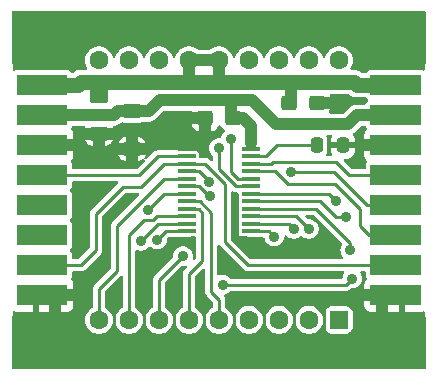
<source format=gbr>
G04 #@! TF.GenerationSoftware,KiCad,Pcbnew,8.0.6*
G04 #@! TF.CreationDate,2025-01-22T10:29:33-05:00*
G04 #@! TF.ProjectId,disp,64697370-2e6b-4696-9361-645f70636258,rev?*
G04 #@! TF.SameCoordinates,Original*
G04 #@! TF.FileFunction,Copper,L1,Top*
G04 #@! TF.FilePolarity,Positive*
%FSLAX46Y46*%
G04 Gerber Fmt 4.6, Leading zero omitted, Abs format (unit mm)*
G04 Created by KiCad (PCBNEW 8.0.6) date 2025-01-22 10:29:33*
%MOMM*%
%LPD*%
G01*
G04 APERTURE LIST*
G04 Aperture macros list*
%AMRoundRect*
0 Rectangle with rounded corners*
0 $1 Rounding radius*
0 $2 $3 $4 $5 $6 $7 $8 $9 X,Y pos of 4 corners*
0 Add a 4 corners polygon primitive as box body*
4,1,4,$2,$3,$4,$5,$6,$7,$8,$9,$2,$3,0*
0 Add four circle primitives for the rounded corners*
1,1,$1+$1,$2,$3*
1,1,$1+$1,$4,$5*
1,1,$1+$1,$6,$7*
1,1,$1+$1,$8,$9*
0 Add four rect primitives between the rounded corners*
20,1,$1+$1,$2,$3,$4,$5,0*
20,1,$1+$1,$4,$5,$6,$7,0*
20,1,$1+$1,$6,$7,$8,$9,0*
20,1,$1+$1,$8,$9,$2,$3,0*%
G04 Aperture macros list end*
G04 #@! TA.AperFunction,ComponentPad*
%ADD10RoundRect,0.250000X0.550000X0.550000X-0.550000X0.550000X-0.550000X-0.550000X0.550000X-0.550000X0*%
G04 #@! TD*
G04 #@! TA.AperFunction,ComponentPad*
%ADD11C,1.600000*%
G04 #@! TD*
G04 #@! TA.AperFunction,SMDPad,CuDef*
%ADD12RoundRect,0.250000X-0.250000X-0.400000X0.250000X-0.400000X0.250000X0.400000X-0.250000X0.400000X0*%
G04 #@! TD*
G04 #@! TA.AperFunction,SMDPad,CuDef*
%ADD13RoundRect,0.250000X-0.400000X-0.375000X0.400000X-0.375000X0.400000X0.375000X-0.400000X0.375000X0*%
G04 #@! TD*
G04 #@! TA.AperFunction,SMDPad,CuDef*
%ADD14RoundRect,0.250000X0.400000X0.375000X-0.400000X0.375000X-0.400000X-0.375000X0.400000X-0.375000X0*%
G04 #@! TD*
G04 #@! TA.AperFunction,SMDPad,CuDef*
%ADD15RoundRect,0.250000X-0.550000X0.350000X-0.550000X-0.350000X0.550000X-0.350000X0.550000X0.350000X0*%
G04 #@! TD*
G04 #@! TA.AperFunction,SMDPad,CuDef*
%ADD16R,3.302000X1.778000*%
G04 #@! TD*
G04 #@! TA.AperFunction,ComponentPad*
%ADD17R,2.032000X1.778000*%
G04 #@! TD*
G04 #@! TA.AperFunction,SMDPad,CuDef*
%ADD18RoundRect,0.100000X-0.700000X-0.100000X0.700000X-0.100000X0.700000X0.100000X-0.700000X0.100000X0*%
G04 #@! TD*
G04 #@! TA.AperFunction,ViaPad*
%ADD19C,1.143000*%
G04 #@! TD*
G04 #@! TA.AperFunction,ViaPad*
%ADD20C,0.889000*%
G04 #@! TD*
G04 #@! TA.AperFunction,Conductor*
%ADD21C,0.254000*%
G04 #@! TD*
G04 #@! TA.AperFunction,Conductor*
%ADD22C,1.016000*%
G04 #@! TD*
G04 #@! TA.AperFunction,Conductor*
%ADD23C,1.270000*%
G04 #@! TD*
G04 APERTURE END LIST*
D10*
X154940000Y-110060000D03*
D11*
X152400000Y-110060000D03*
X149860000Y-110060000D03*
X147320000Y-110060000D03*
X144780000Y-110060000D03*
X142240000Y-110060000D03*
X139700000Y-110060000D03*
X137160000Y-110060000D03*
X134620000Y-110060000D03*
X134620000Y-88060000D03*
X137160000Y-88060000D03*
X139700000Y-88060000D03*
X142240000Y-88060000D03*
X144780000Y-88060000D03*
X147320000Y-88060000D03*
X149860000Y-88060000D03*
X152400000Y-88060000D03*
X154940000Y-88060000D03*
D12*
X153078000Y-95250000D03*
X155278000Y-95250000D03*
D13*
X150742000Y-91694000D03*
X153042000Y-91694000D03*
D14*
X145930000Y-92964000D03*
X143630000Y-92964000D03*
D15*
X137414000Y-92380000D03*
X137414000Y-95580000D03*
X134620000Y-91110000D03*
X134620000Y-94310000D03*
D16*
X160274000Y-107950000D03*
D17*
X158623000Y-107950000D03*
D16*
X160274000Y-105410000D03*
D17*
X158623000Y-105410000D03*
D16*
X160274000Y-102870000D03*
D17*
X158623000Y-102870000D03*
D16*
X160274000Y-100330000D03*
D17*
X158623000Y-100330000D03*
D16*
X160274000Y-97790000D03*
D17*
X158623000Y-97790000D03*
D16*
X160274000Y-95250000D03*
D17*
X158623000Y-95250000D03*
D16*
X160274000Y-92710000D03*
D17*
X158623000Y-92710000D03*
D16*
X160274000Y-90170000D03*
D17*
X158623000Y-90170000D03*
D16*
X129286000Y-90170000D03*
D17*
X130937000Y-90170000D03*
D16*
X129286000Y-92710000D03*
D17*
X130937000Y-92710000D03*
D16*
X129286000Y-95250000D03*
D17*
X130937000Y-95250000D03*
D16*
X129286000Y-97790000D03*
D17*
X130937000Y-97790000D03*
D16*
X129286000Y-100330000D03*
D17*
X130937000Y-100330000D03*
D16*
X129286000Y-102870000D03*
D17*
X130937000Y-102870000D03*
D16*
X129286000Y-105410000D03*
D17*
X130937000Y-105410000D03*
D16*
X129286000Y-107950000D03*
D17*
X130937000Y-107950000D03*
D18*
X142080000Y-95567500D03*
X142080000Y-96202500D03*
X142080000Y-96837500D03*
X142080000Y-97472500D03*
X142080000Y-98107500D03*
X142080000Y-98742500D03*
X142080000Y-99377500D03*
X142080000Y-100012500D03*
X142080000Y-100647500D03*
X142080000Y-101282500D03*
X142080000Y-101917500D03*
X142080000Y-102552500D03*
X147480000Y-102552500D03*
X147480000Y-101917500D03*
X147480000Y-101282500D03*
X147480000Y-100647500D03*
X147480000Y-100012500D03*
X147480000Y-99377500D03*
X147480000Y-98742500D03*
X147480000Y-98107500D03*
X147480000Y-97472500D03*
X147480000Y-96837500D03*
X147480000Y-96202500D03*
X147480000Y-95567500D03*
D19*
X141478000Y-92964000D03*
X148590000Y-86360000D03*
X140970000Y-86360000D03*
X158623000Y-111760000D03*
X130937000Y-86360000D03*
X140970000Y-111760000D03*
X155194000Y-91694000D03*
X147447000Y-103886000D03*
X141478000Y-94234000D03*
X130937000Y-111760000D03*
X148590000Y-111760000D03*
X133223000Y-99060000D03*
X145542000Y-105410000D03*
X158623000Y-86360000D03*
D20*
X143964052Y-98351948D03*
X150876000Y-97536000D03*
X156083000Y-106553000D03*
X145097520Y-107061000D03*
X141732006Y-104648000D03*
X144018000Y-99567998D03*
X138811000Y-100711000D03*
X138176000Y-103378000D03*
X139573000Y-103251000D03*
X149479000Y-102997000D03*
X151130000Y-102362000D03*
X152400000Y-102362000D03*
X155892500Y-104140000D03*
X155575000Y-101346000D03*
X154686000Y-99949000D03*
X144780000Y-95504000D03*
X145796000Y-94742000D03*
D21*
X152971500Y-100647500D02*
X147480000Y-100647500D01*
X155892500Y-104140000D02*
X155892500Y-103568500D01*
X155892500Y-103568500D02*
X152971500Y-100647500D01*
X155575000Y-101346000D02*
X154686000Y-101346000D01*
X154686000Y-101346000D02*
X153352500Y-100012500D01*
X153352500Y-100012500D02*
X147480000Y-100012500D01*
D22*
X145830000Y-91533000D02*
X145923000Y-91440000D01*
X149606000Y-93472000D02*
X155702000Y-93472000D01*
X155702000Y-93472000D02*
X156464000Y-92710000D01*
X147480000Y-93632000D02*
X147480000Y-95113500D01*
X145830000Y-92964000D02*
X145830000Y-91533000D01*
X128905000Y-92710000D02*
X135890000Y-92710000D01*
X146812000Y-92964000D02*
X147480000Y-93632000D01*
X136220000Y-92380000D02*
X137414000Y-92380000D01*
X137414000Y-92380000D02*
X138830000Y-92380000D01*
X156464000Y-92710000D02*
X160655000Y-92710000D01*
X139770000Y-91440000D02*
X145923000Y-91440000D01*
X145923000Y-91440000D02*
X147574000Y-91440000D01*
X135890000Y-92710000D02*
X136220000Y-92380000D01*
X145830000Y-92964000D02*
X146812000Y-92964000D01*
X138830000Y-92380000D02*
X139770000Y-91440000D01*
D21*
X147480000Y-95113500D02*
X147480000Y-95567500D01*
D22*
X147574000Y-91440000D02*
X149606000Y-93472000D01*
D21*
X158623000Y-95250000D02*
X160655000Y-95250000D01*
D22*
X130937000Y-107950000D02*
X128905000Y-107950000D01*
D21*
X147447000Y-103886000D02*
X147574000Y-103759000D01*
X146050000Y-111760000D02*
X146050000Y-109601000D01*
X143510000Y-111760000D02*
X140970000Y-111760000D01*
X140970000Y-111760000D02*
X138430000Y-111760000D01*
X138430000Y-111760000D02*
X135890000Y-111760000D01*
X135890000Y-111760000D02*
X130937000Y-111760000D01*
X143510000Y-111760000D02*
X146050000Y-111760000D01*
X142080000Y-94902000D02*
X142080000Y-95567500D01*
X143730000Y-92964000D02*
X143730000Y-94014000D01*
X136220000Y-95580000D02*
X136017000Y-95377000D01*
X140208000Y-94234000D02*
X138862000Y-95580000D01*
X141478000Y-92964000D02*
X143730000Y-92964000D01*
X148590000Y-111760000D02*
X151130000Y-111760000D01*
X135839000Y-94310000D02*
X134620000Y-94310000D01*
X133401000Y-94310000D02*
X132461000Y-95250000D01*
X137414000Y-95580000D02*
X136220000Y-95580000D01*
X132461000Y-95250000D02*
X128905000Y-95250000D01*
X143129000Y-94615000D02*
X142367000Y-94615000D01*
X136017000Y-95377000D02*
X136017000Y-94488000D01*
D22*
X130937000Y-107950000D02*
X130937000Y-111760000D01*
D21*
X158623000Y-95250000D02*
X155278000Y-95250000D01*
X141478000Y-94234000D02*
X140208000Y-94234000D01*
X158623000Y-86360000D02*
X148590000Y-86360000D01*
X143510000Y-111760000D02*
X143510000Y-109601000D01*
X142367000Y-94615000D02*
X142080000Y-94902000D01*
X146050000Y-111760000D02*
X148590000Y-111760000D01*
X138430000Y-111760000D02*
X138430000Y-109601000D01*
D22*
X155194000Y-91694000D02*
X152942000Y-91694000D01*
D21*
X135890000Y-111760000D02*
X135890000Y-109601000D01*
D22*
X158623000Y-111760000D02*
X158623000Y-107950000D01*
D21*
X136017000Y-94488000D02*
X135839000Y-94310000D01*
X151130000Y-111760000D02*
X153670000Y-111760000D01*
X148590000Y-111760000D02*
X148590000Y-109601000D01*
X134620000Y-94310000D02*
X133401000Y-94310000D01*
X153670000Y-111760000D02*
X153670000Y-108966000D01*
X151130000Y-111760000D02*
X151130000Y-109601000D01*
X138862000Y-95580000D02*
X137414000Y-95580000D01*
X143730000Y-94014000D02*
X143129000Y-94615000D01*
X140970000Y-111760000D02*
X140970000Y-109601000D01*
D23*
X144780000Y-89916000D02*
X142240000Y-89916000D01*
D22*
X144780000Y-88060000D02*
X142240000Y-88060000D01*
D23*
X134620000Y-89916000D02*
X133096000Y-89916000D01*
X158623000Y-90170000D02*
X156464000Y-90170000D01*
D22*
X150842000Y-89950000D02*
X150876000Y-89916000D01*
X144780000Y-88060000D02*
X144780000Y-89916000D01*
D23*
X142240000Y-89916000D02*
X134620000Y-89916000D01*
X132842000Y-90170000D02*
X130937000Y-90170000D01*
X156464000Y-90170000D02*
X156210000Y-89916000D01*
X150876000Y-89916000D02*
X144780000Y-89916000D01*
D22*
X134620000Y-91110000D02*
X134620000Y-89916000D01*
X150842000Y-91694000D02*
X150842000Y-89950000D01*
D23*
X133096000Y-89916000D02*
X132842000Y-90170000D01*
D22*
X142240000Y-88060000D02*
X142240000Y-89916000D01*
D23*
X156210000Y-89916000D02*
X150876000Y-89916000D01*
D21*
X157353000Y-100330000D02*
X158623000Y-100330000D01*
X150876000Y-97536000D02*
X154559000Y-97536000D01*
X143134000Y-97472500D02*
X143964052Y-98302552D01*
X154559000Y-97536000D02*
X157353000Y-100330000D01*
X142080000Y-97472500D02*
X143134000Y-97472500D01*
X143964052Y-98302552D02*
X143964052Y-98351948D01*
X158623000Y-102870000D02*
X160655000Y-102870000D01*
X157480000Y-102870000D02*
X158623000Y-102870000D01*
X147480000Y-97472500D02*
X149542500Y-97472500D01*
X154570380Y-98552000D02*
X156718000Y-100699620D01*
X149542500Y-97472500D02*
X150622000Y-98552000D01*
X155575000Y-107061000D02*
X145097520Y-107061000D01*
X150622000Y-98552000D02*
X154570380Y-98552000D01*
X158470600Y-102870000D02*
X158623000Y-102870000D01*
X156083000Y-106553000D02*
X155575000Y-107061000D01*
X156718000Y-100699620D02*
X156718000Y-102108000D01*
X156718000Y-102108000D02*
X157480000Y-102870000D01*
X158623000Y-105410000D02*
X160655000Y-105410000D01*
X140144500Y-96837500D02*
X142080000Y-96837500D01*
X142080000Y-96837500D02*
X143617066Y-96837500D01*
X134366000Y-101092000D02*
X136652000Y-98806000D01*
X138176000Y-98806000D02*
X140144500Y-96837500D01*
X133096000Y-105410000D02*
X134366000Y-104140000D01*
X143617066Y-96837500D02*
X145288000Y-98508434D01*
X136652000Y-98806000D02*
X138176000Y-98806000D01*
X128905000Y-105410000D02*
X133096000Y-105410000D01*
X145288000Y-98508434D02*
X145288000Y-103433374D01*
X147264626Y-105410000D02*
X158623000Y-105410000D01*
X134366000Y-104140000D02*
X134366000Y-101092000D01*
X145288000Y-103433374D02*
X147264626Y-105410000D01*
X158623000Y-97790000D02*
X160655000Y-97790000D01*
X149352740Y-96694518D02*
X154733518Y-96694518D01*
X149209758Y-96837500D02*
X149352740Y-96694518D01*
X147480000Y-96837500D02*
X149209758Y-96837500D01*
X155829000Y-97790000D02*
X158623000Y-97790000D01*
X154733518Y-96694518D02*
X155829000Y-97790000D01*
X147480000Y-96202500D02*
X148780500Y-96202500D01*
X148780500Y-96202500D02*
X149733000Y-95250000D01*
X153078000Y-95250000D02*
X149733000Y-95250000D01*
X142080000Y-98107500D02*
X140144500Y-98107500D01*
X140144500Y-98107500D02*
X136144000Y-102108000D01*
X136144000Y-102108000D02*
X136144000Y-105918000D01*
X136144000Y-105918000D02*
X134620000Y-107442000D01*
X134620000Y-107442000D02*
X134620000Y-110060000D01*
X139700000Y-106680006D02*
X141732006Y-104648000D01*
X142080000Y-98742500D02*
X143134000Y-98742500D01*
X139700000Y-110060000D02*
X139700000Y-106680006D01*
X143959498Y-99567998D02*
X144018000Y-99567998D01*
X143134000Y-98742500D02*
X143959498Y-99567998D01*
X140144500Y-99377500D02*
X142080000Y-99377500D01*
X138811000Y-100711000D02*
X140144500Y-99377500D01*
X144145000Y-101008566D02*
X144145000Y-107696000D01*
X142080000Y-100012500D02*
X143148934Y-100012500D01*
X143148934Y-100012500D02*
X144145000Y-101008566D01*
X144145000Y-107696000D02*
X144780000Y-108331000D01*
X144780000Y-108331000D02*
X144780000Y-110060000D01*
X142080000Y-100647500D02*
X143065500Y-100647500D01*
X143383000Y-105029000D02*
X142240000Y-106172000D01*
X143065500Y-100647500D02*
X143383000Y-100965000D01*
X142240000Y-106172000D02*
X142240000Y-110060000D01*
X143383000Y-100965000D02*
X143383000Y-105029000D01*
X139509500Y-101282500D02*
X142080000Y-101282500D01*
X137160000Y-110060000D02*
X137160000Y-102870000D01*
X138430000Y-101600000D02*
X139192000Y-101600000D01*
X139192000Y-101600000D02*
X139509500Y-101282500D01*
X137160000Y-102870000D02*
X138430000Y-101600000D01*
X139636500Y-101917500D02*
X138176000Y-103378000D01*
X142080000Y-101917500D02*
X139636500Y-101917500D01*
X140271500Y-102552500D02*
X139573000Y-103251000D01*
X142080000Y-102552500D02*
X140271500Y-102552500D01*
X149034501Y-102552501D02*
X149479000Y-102997000D01*
X147480000Y-102552500D02*
X149034501Y-102552501D01*
X151130000Y-102362000D02*
X150685500Y-101917500D01*
X150685500Y-101917500D02*
X147480000Y-101917500D01*
X151320500Y-101282500D02*
X147480000Y-101282500D01*
X152400000Y-102362000D02*
X151320500Y-101282500D01*
X154686000Y-99949000D02*
X154114500Y-99377500D01*
X154114500Y-99377500D02*
X147480000Y-99377500D01*
X144780000Y-97282000D02*
X144780000Y-95504000D01*
X147480000Y-98742500D02*
X146240500Y-98742500D01*
X146240500Y-98742500D02*
X144780000Y-97282000D01*
X147480000Y-98107500D02*
X146367500Y-98107500D01*
X146367500Y-98107500D02*
X145796000Y-97536000D01*
X145796000Y-97536000D02*
X145796000Y-94742000D01*
X139636500Y-96202500D02*
X142080000Y-96202500D01*
X128905000Y-97790000D02*
X138049000Y-97790000D01*
X138049000Y-97790000D02*
X139636500Y-96202500D01*
G04 #@! TA.AperFunction,Conductor*
G36*
X137982303Y-99334502D02*
G01*
X138028796Y-99388158D01*
X138038900Y-99458432D01*
X138009406Y-99523012D01*
X138003277Y-99529595D01*
X135737104Y-101795766D01*
X135737096Y-101795776D01*
X135703193Y-101854499D01*
X135670155Y-101911721D01*
X135670154Y-101911724D01*
X135670153Y-101911726D01*
X135640019Y-102024189D01*
X135635500Y-102041056D01*
X135635500Y-105655181D01*
X135615498Y-105723302D01*
X135598595Y-105744276D01*
X134213104Y-107129766D01*
X134213096Y-107129776D01*
X134170422Y-107203691D01*
X134146155Y-107245721D01*
X134146154Y-107245724D01*
X134146153Y-107245726D01*
X134139040Y-107272274D01*
X134111500Y-107375056D01*
X134111500Y-108915022D01*
X134091498Y-108983143D01*
X134051831Y-109022149D01*
X133904934Y-109113104D01*
X133904931Y-109113106D01*
X133743124Y-109260612D01*
X133743122Y-109260614D01*
X133611165Y-109435355D01*
X133611161Y-109435360D01*
X133513567Y-109631354D01*
X133513562Y-109631368D01*
X133453641Y-109841968D01*
X133433438Y-110060000D01*
X133453641Y-110278031D01*
X133513562Y-110488631D01*
X133513567Y-110488645D01*
X133611161Y-110684639D01*
X133611165Y-110684644D01*
X133743122Y-110859385D01*
X133743124Y-110859387D01*
X133904931Y-111006893D01*
X133904934Y-111006895D01*
X134091097Y-111122163D01*
X134091099Y-111122163D01*
X134091104Y-111122167D01*
X134295282Y-111201266D01*
X134510518Y-111241500D01*
X134510520Y-111241500D01*
X134729480Y-111241500D01*
X134729482Y-111241500D01*
X134944718Y-111201266D01*
X135148896Y-111122167D01*
X135335063Y-111006897D01*
X135335065Y-111006894D01*
X135335068Y-111006893D01*
X135496875Y-110859387D01*
X135496877Y-110859385D01*
X135496877Y-110859384D01*
X135496880Y-110859382D01*
X135628835Y-110684644D01*
X135628836Y-110684640D01*
X135628838Y-110684639D01*
X135726432Y-110488645D01*
X135726433Y-110488641D01*
X135726436Y-110488636D01*
X135768810Y-110339708D01*
X135806691Y-110279661D01*
X135871021Y-110249627D01*
X135941378Y-110259140D01*
X135995422Y-110305180D01*
X136011190Y-110339708D01*
X136053561Y-110488628D01*
X136053567Y-110488645D01*
X136151161Y-110684639D01*
X136151165Y-110684644D01*
X136283122Y-110859385D01*
X136283124Y-110859387D01*
X136444931Y-111006893D01*
X136444934Y-111006895D01*
X136631097Y-111122163D01*
X136631099Y-111122163D01*
X136631104Y-111122167D01*
X136835282Y-111201266D01*
X137050518Y-111241500D01*
X137050520Y-111241500D01*
X137269480Y-111241500D01*
X137269482Y-111241500D01*
X137484718Y-111201266D01*
X137688896Y-111122167D01*
X137875063Y-111006897D01*
X137875065Y-111006894D01*
X137875068Y-111006893D01*
X138036875Y-110859387D01*
X138036877Y-110859385D01*
X138036877Y-110859384D01*
X138036880Y-110859382D01*
X138168835Y-110684644D01*
X138168836Y-110684640D01*
X138168838Y-110684639D01*
X138266432Y-110488645D01*
X138266433Y-110488641D01*
X138266436Y-110488636D01*
X138308810Y-110339708D01*
X138346691Y-110279661D01*
X138411021Y-110249627D01*
X138481378Y-110259140D01*
X138535422Y-110305180D01*
X138551190Y-110339708D01*
X138593561Y-110488628D01*
X138593567Y-110488645D01*
X138691161Y-110684639D01*
X138691165Y-110684644D01*
X138823122Y-110859385D01*
X138823124Y-110859387D01*
X138984931Y-111006893D01*
X138984934Y-111006895D01*
X139171097Y-111122163D01*
X139171099Y-111122163D01*
X139171104Y-111122167D01*
X139375282Y-111201266D01*
X139590518Y-111241500D01*
X139590520Y-111241500D01*
X139809480Y-111241500D01*
X139809482Y-111241500D01*
X140024718Y-111201266D01*
X140228896Y-111122167D01*
X140415063Y-111006897D01*
X140415065Y-111006894D01*
X140415068Y-111006893D01*
X140576875Y-110859387D01*
X140576877Y-110859385D01*
X140576877Y-110859384D01*
X140576880Y-110859382D01*
X140708835Y-110684644D01*
X140708836Y-110684640D01*
X140708838Y-110684639D01*
X140806432Y-110488645D01*
X140806433Y-110488641D01*
X140806436Y-110488636D01*
X140848810Y-110339708D01*
X140886691Y-110279661D01*
X140951021Y-110249627D01*
X141021378Y-110259140D01*
X141075422Y-110305180D01*
X141091190Y-110339708D01*
X141133561Y-110488628D01*
X141133567Y-110488645D01*
X141231161Y-110684639D01*
X141231165Y-110684644D01*
X141363122Y-110859385D01*
X141363124Y-110859387D01*
X141524931Y-111006893D01*
X141524934Y-111006895D01*
X141711097Y-111122163D01*
X141711099Y-111122163D01*
X141711104Y-111122167D01*
X141915282Y-111201266D01*
X142130518Y-111241500D01*
X142130520Y-111241500D01*
X142349480Y-111241500D01*
X142349482Y-111241500D01*
X142564718Y-111201266D01*
X142768896Y-111122167D01*
X142955063Y-111006897D01*
X142955065Y-111006894D01*
X142955068Y-111006893D01*
X143116875Y-110859387D01*
X143116877Y-110859385D01*
X143116877Y-110859384D01*
X143116880Y-110859382D01*
X143248835Y-110684644D01*
X143248836Y-110684640D01*
X143248838Y-110684639D01*
X143346432Y-110488645D01*
X143346433Y-110488641D01*
X143346436Y-110488636D01*
X143388810Y-110339708D01*
X143426691Y-110279661D01*
X143491021Y-110249627D01*
X143561378Y-110259140D01*
X143615422Y-110305180D01*
X143631190Y-110339708D01*
X143673561Y-110488628D01*
X143673567Y-110488645D01*
X143771161Y-110684639D01*
X143771165Y-110684644D01*
X143903122Y-110859385D01*
X143903124Y-110859387D01*
X144064931Y-111006893D01*
X144064934Y-111006895D01*
X144251097Y-111122163D01*
X144251099Y-111122163D01*
X144251104Y-111122167D01*
X144455282Y-111201266D01*
X144670518Y-111241500D01*
X144670520Y-111241500D01*
X144889480Y-111241500D01*
X144889482Y-111241500D01*
X145104718Y-111201266D01*
X145308896Y-111122167D01*
X145495063Y-111006897D01*
X145495065Y-111006894D01*
X145495068Y-111006893D01*
X145656875Y-110859387D01*
X145656877Y-110859385D01*
X145656877Y-110859384D01*
X145656880Y-110859382D01*
X145788835Y-110684644D01*
X145788836Y-110684640D01*
X145788838Y-110684639D01*
X145886432Y-110488645D01*
X145886433Y-110488641D01*
X145886436Y-110488636D01*
X145928810Y-110339708D01*
X145966691Y-110279661D01*
X146031021Y-110249627D01*
X146101378Y-110259140D01*
X146155422Y-110305180D01*
X146171190Y-110339708D01*
X146213561Y-110488628D01*
X146213567Y-110488645D01*
X146311161Y-110684639D01*
X146311165Y-110684644D01*
X146443122Y-110859385D01*
X146443124Y-110859387D01*
X146604931Y-111006893D01*
X146604934Y-111006895D01*
X146791097Y-111122163D01*
X146791099Y-111122163D01*
X146791104Y-111122167D01*
X146995282Y-111201266D01*
X147210518Y-111241500D01*
X147210520Y-111241500D01*
X147429480Y-111241500D01*
X147429482Y-111241500D01*
X147644718Y-111201266D01*
X147848896Y-111122167D01*
X148035063Y-111006897D01*
X148035065Y-111006894D01*
X148035068Y-111006893D01*
X148196875Y-110859387D01*
X148196877Y-110859385D01*
X148196877Y-110859384D01*
X148196880Y-110859382D01*
X148328835Y-110684644D01*
X148328836Y-110684640D01*
X148328838Y-110684639D01*
X148426432Y-110488645D01*
X148426433Y-110488641D01*
X148426436Y-110488636D01*
X148468810Y-110339708D01*
X148506691Y-110279661D01*
X148571021Y-110249627D01*
X148641378Y-110259140D01*
X148695422Y-110305180D01*
X148711190Y-110339708D01*
X148753561Y-110488628D01*
X148753567Y-110488645D01*
X148851161Y-110684639D01*
X148851165Y-110684644D01*
X148983122Y-110859385D01*
X148983124Y-110859387D01*
X149144931Y-111006893D01*
X149144934Y-111006895D01*
X149331097Y-111122163D01*
X149331099Y-111122163D01*
X149331104Y-111122167D01*
X149535282Y-111201266D01*
X149750518Y-111241500D01*
X149750520Y-111241500D01*
X149969480Y-111241500D01*
X149969482Y-111241500D01*
X150184718Y-111201266D01*
X150388896Y-111122167D01*
X150575063Y-111006897D01*
X150575065Y-111006894D01*
X150575068Y-111006893D01*
X150736875Y-110859387D01*
X150736877Y-110859385D01*
X150736877Y-110859384D01*
X150736880Y-110859382D01*
X150868835Y-110684644D01*
X150868836Y-110684640D01*
X150868838Y-110684639D01*
X150966432Y-110488645D01*
X150966433Y-110488641D01*
X150966436Y-110488636D01*
X151008810Y-110339708D01*
X151046691Y-110279661D01*
X151111021Y-110249627D01*
X151181378Y-110259140D01*
X151235422Y-110305180D01*
X151251190Y-110339708D01*
X151293561Y-110488628D01*
X151293567Y-110488645D01*
X151391161Y-110684639D01*
X151391165Y-110684644D01*
X151523122Y-110859385D01*
X151523124Y-110859387D01*
X151684931Y-111006893D01*
X151684934Y-111006895D01*
X151871097Y-111122163D01*
X151871099Y-111122163D01*
X151871104Y-111122167D01*
X152075282Y-111201266D01*
X152290518Y-111241500D01*
X152290520Y-111241500D01*
X152509480Y-111241500D01*
X152509482Y-111241500D01*
X152724718Y-111201266D01*
X152928896Y-111122167D01*
X153115063Y-111006897D01*
X153115065Y-111006894D01*
X153115068Y-111006893D01*
X153276875Y-110859387D01*
X153276877Y-110859385D01*
X153276877Y-110859384D01*
X153276880Y-110859382D01*
X153408835Y-110684644D01*
X153408836Y-110684640D01*
X153408838Y-110684639D01*
X153506432Y-110488645D01*
X153506433Y-110488641D01*
X153506436Y-110488636D01*
X153511310Y-110471507D01*
X153549190Y-110411460D01*
X153613521Y-110381426D01*
X153683877Y-110390939D01*
X153737922Y-110436979D01*
X153758496Y-110504929D01*
X153758500Y-110505988D01*
X153758500Y-110673778D01*
X153761317Y-110709567D01*
X153761319Y-110709579D01*
X153805833Y-110862796D01*
X153887049Y-111000125D01*
X153887055Y-111000132D01*
X153999867Y-111112944D01*
X153999874Y-111112950D01*
X154137203Y-111194166D01*
X154137206Y-111194166D01*
X154137208Y-111194168D01*
X154290426Y-111238682D01*
X154305770Y-111239889D01*
X154326222Y-111241500D01*
X154326230Y-111241500D01*
X155553778Y-111241500D01*
X155572865Y-111239997D01*
X155589574Y-111238682D01*
X155742792Y-111194168D01*
X155742794Y-111194166D01*
X155742796Y-111194166D01*
X155880125Y-111112950D01*
X155880124Y-111112950D01*
X155880127Y-111112949D01*
X155992949Y-111000127D01*
X156074168Y-110862792D01*
X156118682Y-110709574D01*
X156120645Y-110684639D01*
X156121500Y-110673778D01*
X156121500Y-109446221D01*
X156119809Y-109424747D01*
X156118682Y-109410426D01*
X156074168Y-109257208D01*
X156074166Y-109257206D01*
X156074166Y-109257203D01*
X155992950Y-109119874D01*
X155992944Y-109119867D01*
X155880132Y-109007055D01*
X155880125Y-109007049D01*
X155742796Y-108925833D01*
X155611188Y-108887597D01*
X157099000Y-108887597D01*
X157105505Y-108948093D01*
X157156555Y-109084964D01*
X157156555Y-109084965D01*
X157244095Y-109201904D01*
X157361034Y-109289444D01*
X157497906Y-109340494D01*
X157558402Y-109346999D01*
X157558415Y-109347000D01*
X158115000Y-109347000D01*
X158115000Y-108458000D01*
X157099000Y-108458000D01*
X157099000Y-108887597D01*
X155611188Y-108887597D01*
X155589579Y-108881319D01*
X155589575Y-108881318D01*
X155589574Y-108881318D01*
X155589572Y-108881317D01*
X155589567Y-108881317D01*
X155553778Y-108878500D01*
X155553770Y-108878500D01*
X154326230Y-108878500D01*
X154326222Y-108878500D01*
X154290432Y-108881317D01*
X154290420Y-108881319D01*
X154137203Y-108925833D01*
X153999874Y-109007049D01*
X153999867Y-109007055D01*
X153887055Y-109119867D01*
X153887049Y-109119874D01*
X153805833Y-109257203D01*
X153761319Y-109410420D01*
X153761317Y-109410432D01*
X153758500Y-109446221D01*
X153758500Y-109614011D01*
X153738498Y-109682132D01*
X153684842Y-109728625D01*
X153614568Y-109738729D01*
X153549988Y-109709235D01*
X153511604Y-109649509D01*
X153511310Y-109648493D01*
X153506437Y-109631368D01*
X153506432Y-109631354D01*
X153408838Y-109435360D01*
X153408834Y-109435355D01*
X153276877Y-109260614D01*
X153276875Y-109260612D01*
X153115068Y-109113106D01*
X153115065Y-109113104D01*
X152928902Y-108997836D01*
X152928897Y-108997834D01*
X152928896Y-108997833D01*
X152890977Y-108983143D01*
X152724721Y-108918735D01*
X152724722Y-108918735D01*
X152724719Y-108918734D01*
X152724718Y-108918734D01*
X152509482Y-108878500D01*
X152290518Y-108878500D01*
X152095140Y-108915022D01*
X152075277Y-108918735D01*
X151871108Y-108997831D01*
X151871097Y-108997836D01*
X151684934Y-109113104D01*
X151684931Y-109113106D01*
X151523124Y-109260612D01*
X151523122Y-109260614D01*
X151391165Y-109435355D01*
X151391161Y-109435360D01*
X151293567Y-109631354D01*
X151293562Y-109631368D01*
X151251190Y-109780292D01*
X151213309Y-109840338D01*
X151148979Y-109870372D01*
X151078622Y-109860859D01*
X151024578Y-109814819D01*
X151008810Y-109780292D01*
X150966437Y-109631368D01*
X150966432Y-109631354D01*
X150868838Y-109435360D01*
X150868834Y-109435355D01*
X150736877Y-109260614D01*
X150736875Y-109260612D01*
X150575068Y-109113106D01*
X150575065Y-109113104D01*
X150388902Y-108997836D01*
X150388897Y-108997834D01*
X150388896Y-108997833D01*
X150350977Y-108983143D01*
X150184721Y-108918735D01*
X150184722Y-108918735D01*
X150184719Y-108918734D01*
X150184718Y-108918734D01*
X149969482Y-108878500D01*
X149750518Y-108878500D01*
X149555140Y-108915022D01*
X149535277Y-108918735D01*
X149331108Y-108997831D01*
X149331097Y-108997836D01*
X149144934Y-109113104D01*
X149144931Y-109113106D01*
X148983124Y-109260612D01*
X148983122Y-109260614D01*
X148851165Y-109435355D01*
X148851161Y-109435360D01*
X148753567Y-109631354D01*
X148753562Y-109631368D01*
X148711190Y-109780292D01*
X148673309Y-109840338D01*
X148608979Y-109870372D01*
X148538622Y-109860859D01*
X148484578Y-109814819D01*
X148468810Y-109780292D01*
X148426437Y-109631368D01*
X148426432Y-109631354D01*
X148328838Y-109435360D01*
X148328834Y-109435355D01*
X148196877Y-109260614D01*
X148196875Y-109260612D01*
X148035068Y-109113106D01*
X148035065Y-109113104D01*
X147848902Y-108997836D01*
X147848897Y-108997834D01*
X147848896Y-108997833D01*
X147810977Y-108983143D01*
X147644721Y-108918735D01*
X147644722Y-108918735D01*
X147644719Y-108918734D01*
X147644718Y-108918734D01*
X147429482Y-108878500D01*
X147210518Y-108878500D01*
X147015140Y-108915022D01*
X146995277Y-108918735D01*
X146791108Y-108997831D01*
X146791097Y-108997836D01*
X146604934Y-109113104D01*
X146604931Y-109113106D01*
X146443124Y-109260612D01*
X146443122Y-109260614D01*
X146311165Y-109435355D01*
X146311161Y-109435360D01*
X146213567Y-109631354D01*
X146213562Y-109631368D01*
X146171190Y-109780292D01*
X146133309Y-109840338D01*
X146068979Y-109870372D01*
X145998622Y-109860859D01*
X145944578Y-109814819D01*
X145928810Y-109780292D01*
X145886437Y-109631368D01*
X145886432Y-109631354D01*
X145788838Y-109435360D01*
X145788834Y-109435355D01*
X145656877Y-109260614D01*
X145656875Y-109260612D01*
X145495068Y-109113106D01*
X145495065Y-109113104D01*
X145348169Y-109022149D01*
X145300782Y-108969282D01*
X145288500Y-108915022D01*
X145288500Y-108264056D01*
X145287928Y-108261920D01*
X145253847Y-108134726D01*
X145205568Y-108051106D01*
X145188831Y-107982114D01*
X145212051Y-107915022D01*
X145267858Y-107871134D01*
X145288492Y-107864861D01*
X145354174Y-107850900D01*
X145512795Y-107780277D01*
X145653266Y-107678219D01*
X145653268Y-107678217D01*
X145713620Y-107611190D01*
X145774066Y-107573950D01*
X145807256Y-107569500D01*
X155641943Y-107569500D01*
X155641945Y-107569500D01*
X155771274Y-107534847D01*
X155887227Y-107467901D01*
X155939222Y-107415904D01*
X156001534Y-107381880D01*
X156028318Y-107379000D01*
X156169816Y-107379000D01*
X156339654Y-107342900D01*
X156498275Y-107272277D01*
X156638746Y-107170219D01*
X156754929Y-107041185D01*
X156841745Y-106890815D01*
X156846981Y-106874702D01*
X156895398Y-106725686D01*
X156895400Y-106725681D01*
X156913550Y-106553000D01*
X156895400Y-106380319D01*
X156882860Y-106341725D01*
X156841747Y-106215189D01*
X156841745Y-106215186D01*
X156841745Y-106215185D01*
X156779573Y-106107499D01*
X156762836Y-106038504D01*
X156786057Y-105971412D01*
X156841864Y-105927525D01*
X156888693Y-105918500D01*
X157099500Y-105918500D01*
X157167621Y-105938502D01*
X157214114Y-105992158D01*
X157225500Y-106044500D01*
X157225500Y-106335207D01*
X157236304Y-106409361D01*
X157236304Y-106409363D01*
X157295919Y-106531306D01*
X157307868Y-106601290D01*
X157280084Y-106666624D01*
X157258235Y-106687510D01*
X157244096Y-106698094D01*
X157156555Y-106815034D01*
X157156555Y-106815035D01*
X157105505Y-106951906D01*
X157099000Y-107012402D01*
X157099000Y-107442000D01*
X158556120Y-107442000D01*
X158426919Y-107476619D01*
X158311080Y-107543498D01*
X158216498Y-107638080D01*
X158149619Y-107753919D01*
X158115000Y-107883120D01*
X158115000Y-108016880D01*
X158149619Y-108146081D01*
X158216498Y-108261920D01*
X158311080Y-108356502D01*
X158426919Y-108423381D01*
X158556120Y-108458000D01*
X158689880Y-108458000D01*
X158819081Y-108423381D01*
X158934920Y-108356502D01*
X159029502Y-108261920D01*
X159096381Y-108146081D01*
X159131000Y-108016880D01*
X159131000Y-109347000D01*
X160020000Y-109347000D01*
X160020000Y-107822000D01*
X160040002Y-107753879D01*
X160093658Y-107707386D01*
X160146000Y-107696000D01*
X160402000Y-107696000D01*
X160470121Y-107716002D01*
X160516614Y-107769658D01*
X160528000Y-107822000D01*
X160528000Y-109347000D01*
X161973585Y-109347000D01*
X161973597Y-109346999D01*
X162034092Y-109340494D01*
X162085467Y-109321333D01*
X162156283Y-109316268D01*
X162218595Y-109350294D01*
X162252620Y-109412606D01*
X162255500Y-109439389D01*
X162255500Y-109748919D01*
X162269095Y-109762514D01*
X162303121Y-109824826D01*
X162306000Y-109851609D01*
X162306000Y-114123500D01*
X162285998Y-114191621D01*
X162232342Y-114238114D01*
X162180000Y-114249500D01*
X127380000Y-114249500D01*
X127311879Y-114229498D01*
X127265386Y-114175842D01*
X127254000Y-114123500D01*
X127254000Y-109851609D01*
X127274002Y-109783488D01*
X127290905Y-109762514D01*
X127304499Y-109748919D01*
X127304500Y-109748918D01*
X127304500Y-109439389D01*
X127324502Y-109371268D01*
X127378158Y-109324775D01*
X127448432Y-109314671D01*
X127474533Y-109321333D01*
X127525907Y-109340494D01*
X127586402Y-109346999D01*
X127586415Y-109347000D01*
X129032000Y-109347000D01*
X129032000Y-107822000D01*
X129052002Y-107753879D01*
X129105658Y-107707386D01*
X129158000Y-107696000D01*
X129414000Y-107696000D01*
X129482121Y-107716002D01*
X129528614Y-107769658D01*
X129540000Y-107822000D01*
X129540000Y-109347000D01*
X130429000Y-109347000D01*
X131445000Y-109347000D01*
X132001585Y-109347000D01*
X132001597Y-109346999D01*
X132062093Y-109340494D01*
X132198964Y-109289444D01*
X132198965Y-109289444D01*
X132315904Y-109201904D01*
X132403444Y-109084965D01*
X132403444Y-109084964D01*
X132454494Y-108948093D01*
X132460999Y-108887597D01*
X132461000Y-108887585D01*
X132461000Y-108458000D01*
X131445000Y-108458000D01*
X131445000Y-109347000D01*
X130429000Y-109347000D01*
X130429000Y-108016880D01*
X130463619Y-108146081D01*
X130530498Y-108261920D01*
X130625080Y-108356502D01*
X130740919Y-108423381D01*
X130870120Y-108458000D01*
X131003880Y-108458000D01*
X131133081Y-108423381D01*
X131248920Y-108356502D01*
X131343502Y-108261920D01*
X131410381Y-108146081D01*
X131445000Y-108016880D01*
X131445000Y-107883120D01*
X131410381Y-107753919D01*
X131343502Y-107638080D01*
X131248920Y-107543498D01*
X131133081Y-107476619D01*
X131003880Y-107442000D01*
X132461000Y-107442000D01*
X132461000Y-107012414D01*
X132460999Y-107012402D01*
X132454494Y-106951906D01*
X132403444Y-106815035D01*
X132403444Y-106815034D01*
X132315906Y-106698098D01*
X132301767Y-106687514D01*
X132259221Y-106630678D01*
X132254155Y-106559862D01*
X132264079Y-106531305D01*
X132267772Y-106523749D01*
X132267776Y-106523746D01*
X132323696Y-106409361D01*
X132334500Y-106335206D01*
X132334500Y-106044500D01*
X132354502Y-105976379D01*
X132408158Y-105929886D01*
X132460500Y-105918500D01*
X133162943Y-105918500D01*
X133162945Y-105918500D01*
X133292274Y-105883847D01*
X133408227Y-105816901D01*
X134772901Y-104452227D01*
X134839847Y-104336274D01*
X134839891Y-104336107D01*
X134839981Y-104335776D01*
X134852024Y-104290825D01*
X134874500Y-104206945D01*
X134874500Y-101354818D01*
X134894502Y-101286697D01*
X134911405Y-101265723D01*
X136825723Y-99351405D01*
X136888035Y-99317379D01*
X136914818Y-99314500D01*
X137914182Y-99314500D01*
X137982303Y-99334502D01*
G37*
G04 #@! TD.AperFunction*
G04 #@! TA.AperFunction,Conductor*
G36*
X136569532Y-106315762D02*
G01*
X136626368Y-106358309D01*
X136651179Y-106424829D01*
X136651500Y-106433818D01*
X136651500Y-108915022D01*
X136631498Y-108983143D01*
X136591831Y-109022149D01*
X136444934Y-109113104D01*
X136444931Y-109113106D01*
X136283124Y-109260612D01*
X136283122Y-109260614D01*
X136151165Y-109435355D01*
X136151161Y-109435360D01*
X136053567Y-109631354D01*
X136053562Y-109631368D01*
X136011190Y-109780292D01*
X135973309Y-109840338D01*
X135908979Y-109870372D01*
X135838622Y-109860859D01*
X135784578Y-109814819D01*
X135768810Y-109780292D01*
X135726437Y-109631368D01*
X135726432Y-109631354D01*
X135628838Y-109435360D01*
X135628834Y-109435355D01*
X135496877Y-109260614D01*
X135496875Y-109260612D01*
X135335068Y-109113106D01*
X135335065Y-109113104D01*
X135188169Y-109022149D01*
X135140782Y-108969282D01*
X135128500Y-108915022D01*
X135128500Y-107704818D01*
X135148502Y-107636697D01*
X135165405Y-107615723D01*
X136436405Y-106344723D01*
X136498717Y-106310697D01*
X136569532Y-106315762D01*
G37*
G04 #@! TD.AperFunction*
G04 #@! TA.AperFunction,Conductor*
G36*
X142816621Y-103008002D02*
G01*
X142863114Y-103061658D01*
X142874500Y-103114000D01*
X142874500Y-104766181D01*
X142854498Y-104834302D01*
X142837595Y-104855276D01*
X142756706Y-104936165D01*
X142694394Y-104970191D01*
X142623579Y-104965126D01*
X142566743Y-104922579D01*
X142541932Y-104856059D01*
X142543922Y-104827269D01*
X142543715Y-104827248D01*
X142544325Y-104821440D01*
X142544365Y-104820868D01*
X142544400Y-104820698D01*
X142544406Y-104820681D01*
X142562556Y-104648000D01*
X142544406Y-104475319D01*
X142536902Y-104452225D01*
X142490753Y-104310189D01*
X142490749Y-104310182D01*
X142403936Y-104159816D01*
X142403935Y-104159814D01*
X142287754Y-104030782D01*
X142147285Y-103928725D01*
X142011387Y-103868219D01*
X141988660Y-103858100D01*
X141818822Y-103822000D01*
X141645190Y-103822000D01*
X141475351Y-103858100D01*
X141316726Y-103928725D01*
X141176257Y-104030782D01*
X141060076Y-104159814D01*
X141060075Y-104159816D01*
X140973262Y-104310182D01*
X140973258Y-104310189D01*
X140919607Y-104475313D01*
X140919606Y-104475317D01*
X140919606Y-104475319D01*
X140903539Y-104628183D01*
X140901456Y-104648000D01*
X140905771Y-104689055D01*
X140892999Y-104758893D01*
X140869556Y-104791320D01*
X139293104Y-106367772D01*
X139293096Y-106367782D01*
X139268544Y-106410309D01*
X139226155Y-106483727D01*
X139226154Y-106483730D01*
X139226153Y-106483732D01*
X139194654Y-106601290D01*
X139191500Y-106613062D01*
X139191500Y-108915022D01*
X139171498Y-108983143D01*
X139131831Y-109022149D01*
X138984934Y-109113104D01*
X138984931Y-109113106D01*
X138823124Y-109260612D01*
X138823122Y-109260614D01*
X138691165Y-109435355D01*
X138691161Y-109435360D01*
X138593567Y-109631354D01*
X138593562Y-109631368D01*
X138551190Y-109780292D01*
X138513309Y-109840338D01*
X138448979Y-109870372D01*
X138378622Y-109860859D01*
X138324578Y-109814819D01*
X138308810Y-109780292D01*
X138266437Y-109631368D01*
X138266432Y-109631354D01*
X138168838Y-109435360D01*
X138168834Y-109435355D01*
X138036877Y-109260614D01*
X138036875Y-109260612D01*
X137875068Y-109113106D01*
X137875065Y-109113104D01*
X137728169Y-109022149D01*
X137680782Y-108969282D01*
X137668500Y-108915022D01*
X137668500Y-104250239D01*
X137688502Y-104182118D01*
X137742158Y-104135625D01*
X137812432Y-104125521D01*
X137845749Y-104135133D01*
X137919341Y-104167898D01*
X137919346Y-104167900D01*
X138089184Y-104204000D01*
X138262816Y-104204000D01*
X138432654Y-104167900D01*
X138591275Y-104097277D01*
X138731746Y-103995219D01*
X138838420Y-103876744D01*
X138898865Y-103839506D01*
X138969849Y-103840858D01*
X139011635Y-103864718D01*
X139011912Y-103864338D01*
X139015374Y-103866853D01*
X139016368Y-103867421D01*
X139017250Y-103868214D01*
X139017254Y-103868219D01*
X139029591Y-103877182D01*
X139157720Y-103970274D01*
X139157722Y-103970275D01*
X139157725Y-103970277D01*
X139316346Y-104040900D01*
X139486184Y-104077000D01*
X139659816Y-104077000D01*
X139829654Y-104040900D01*
X139988275Y-103970277D01*
X140128746Y-103868219D01*
X140130578Y-103866185D01*
X140244929Y-103739185D01*
X140244930Y-103739183D01*
X140258155Y-103716277D01*
X140331745Y-103588815D01*
X140385400Y-103423681D01*
X140403550Y-103251000D01*
X140399234Y-103209942D01*
X140412005Y-103140107D01*
X140435454Y-103107673D01*
X140445233Y-103097895D01*
X140507548Y-103063877D01*
X140534319Y-103061000D01*
X142146943Y-103061000D01*
X142146945Y-103061000D01*
X142276274Y-103026347D01*
X142313454Y-103004881D01*
X142376454Y-102988000D01*
X142748500Y-102988000D01*
X142816621Y-103008002D01*
G37*
G04 #@! TD.AperFunction*
G04 #@! TA.AperFunction,Conductor*
G36*
X141981574Y-105459854D02*
G01*
X142038207Y-105502670D01*
X142062701Y-105569307D01*
X142047280Y-105638609D01*
X142026077Y-105666794D01*
X141833101Y-105859770D01*
X141833096Y-105859776D01*
X141766155Y-105975721D01*
X141766154Y-105975724D01*
X141766153Y-105975726D01*
X141742921Y-106062432D01*
X141731500Y-106105056D01*
X141731500Y-108915022D01*
X141711498Y-108983143D01*
X141671831Y-109022149D01*
X141524934Y-109113104D01*
X141524931Y-109113106D01*
X141363124Y-109260612D01*
X141363122Y-109260614D01*
X141231165Y-109435355D01*
X141231161Y-109435360D01*
X141133567Y-109631354D01*
X141133562Y-109631368D01*
X141091190Y-109780292D01*
X141053309Y-109840338D01*
X140988979Y-109870372D01*
X140918622Y-109860859D01*
X140864578Y-109814819D01*
X140848810Y-109780292D01*
X140806437Y-109631368D01*
X140806432Y-109631354D01*
X140708838Y-109435360D01*
X140708834Y-109435355D01*
X140576877Y-109260614D01*
X140576875Y-109260612D01*
X140415068Y-109113106D01*
X140415065Y-109113104D01*
X140268169Y-109022149D01*
X140220782Y-108969282D01*
X140208500Y-108915022D01*
X140208500Y-106942823D01*
X140228502Y-106874702D01*
X140245400Y-106853733D01*
X141588228Y-105510904D01*
X141650540Y-105476879D01*
X141677323Y-105474000D01*
X141818826Y-105474000D01*
X141894407Y-105457933D01*
X141910783Y-105454453D01*
X141981574Y-105459854D01*
G37*
G04 #@! TD.AperFunction*
G04 #@! TA.AperFunction,Conductor*
G36*
X143554532Y-105680762D02*
G01*
X143611368Y-105723309D01*
X143636179Y-105789829D01*
X143636500Y-105798818D01*
X143636500Y-107629055D01*
X143636500Y-107762945D01*
X143671153Y-107892274D01*
X143671154Y-107892276D01*
X143671155Y-107892278D01*
X143738096Y-108008223D01*
X143738098Y-108008225D01*
X143738099Y-108008227D01*
X143993928Y-108264056D01*
X144234595Y-108504722D01*
X144268620Y-108567035D01*
X144271500Y-108593818D01*
X144271500Y-108915022D01*
X144251498Y-108983143D01*
X144211831Y-109022149D01*
X144064934Y-109113104D01*
X144064931Y-109113106D01*
X143903124Y-109260612D01*
X143903122Y-109260614D01*
X143771165Y-109435355D01*
X143771161Y-109435360D01*
X143673567Y-109631354D01*
X143673562Y-109631368D01*
X143631190Y-109780292D01*
X143593309Y-109840338D01*
X143528979Y-109870372D01*
X143458622Y-109860859D01*
X143404578Y-109814819D01*
X143388810Y-109780292D01*
X143346437Y-109631368D01*
X143346432Y-109631354D01*
X143248838Y-109435360D01*
X143248834Y-109435355D01*
X143116877Y-109260614D01*
X143116875Y-109260612D01*
X142955068Y-109113106D01*
X142955065Y-109113104D01*
X142808169Y-109022149D01*
X142760782Y-108969282D01*
X142748500Y-108915022D01*
X142748500Y-106434818D01*
X142768502Y-106366697D01*
X142785405Y-106345723D01*
X143421405Y-105709723D01*
X143483717Y-105675697D01*
X143554532Y-105680762D01*
G37*
G04 #@! TD.AperFunction*
G04 #@! TA.AperFunction,Conductor*
G36*
X130740919Y-107476619D02*
G01*
X130625080Y-107543498D01*
X130530498Y-107638080D01*
X130463619Y-107753919D01*
X130429000Y-107883120D01*
X130429000Y-107568000D01*
X130449002Y-107499879D01*
X130502658Y-107453386D01*
X130555000Y-107442000D01*
X130870120Y-107442000D01*
X130740919Y-107476619D01*
G37*
G04 #@! TD.AperFunction*
G04 #@! TA.AperFunction,Conductor*
G36*
X159073121Y-107462002D02*
G01*
X159119614Y-107515658D01*
X159131000Y-107568000D01*
X159131000Y-107883120D01*
X159096381Y-107753919D01*
X159029502Y-107638080D01*
X158934920Y-107543498D01*
X158819081Y-107476619D01*
X158689880Y-107442000D01*
X159005000Y-107442000D01*
X159073121Y-107462002D01*
G37*
G04 #@! TD.AperFunction*
G04 #@! TA.AperFunction,Conductor*
G36*
X144862012Y-103724948D02*
G01*
X144879464Y-103743470D01*
X144881102Y-103745605D01*
X146952392Y-105816895D01*
X146952397Y-105816899D01*
X146952399Y-105816901D01*
X147026655Y-105859773D01*
X147068352Y-105883847D01*
X147197681Y-105918500D01*
X155277307Y-105918500D01*
X155345428Y-105938502D01*
X155391921Y-105992158D01*
X155402025Y-106062432D01*
X155386427Y-106107499D01*
X155324254Y-106215186D01*
X155324252Y-106215189D01*
X155270599Y-106380317D01*
X155264362Y-106439670D01*
X155237349Y-106505327D01*
X155179128Y-106545957D01*
X155139052Y-106552500D01*
X145807256Y-106552500D01*
X145739135Y-106532498D01*
X145713620Y-106510810D01*
X145653268Y-106443782D01*
X145512799Y-106341725D01*
X145498159Y-106335207D01*
X145354174Y-106271100D01*
X145184336Y-106235000D01*
X145010704Y-106235000D01*
X144840863Y-106271100D01*
X144830746Y-106275605D01*
X144760379Y-106285038D01*
X144696083Y-106254930D01*
X144658271Y-106194840D01*
X144653500Y-106160497D01*
X144653500Y-103820172D01*
X144673502Y-103752051D01*
X144727158Y-103705558D01*
X144797432Y-103695454D01*
X144862012Y-103724948D01*
G37*
G04 #@! TD.AperFunction*
G04 #@! TA.AperFunction,Conductor*
G36*
X136204302Y-98318502D02*
G01*
X136250795Y-98372158D01*
X136260899Y-98442432D01*
X136231405Y-98507012D01*
X136225276Y-98513595D01*
X133959104Y-100779766D01*
X133959096Y-100779776D01*
X133899107Y-100883681D01*
X133892154Y-100895723D01*
X133892153Y-100895725D01*
X133892153Y-100895726D01*
X133873592Y-100965000D01*
X133857500Y-101025056D01*
X133857500Y-103877182D01*
X133837498Y-103945303D01*
X133820595Y-103966277D01*
X132922277Y-104864595D01*
X132859965Y-104898621D01*
X132833182Y-104901500D01*
X132460500Y-104901500D01*
X132392379Y-104881498D01*
X132345886Y-104827842D01*
X132334500Y-104775500D01*
X132334500Y-104484800D01*
X132334500Y-104484794D01*
X132323696Y-104410639D01*
X132287096Y-104335774D01*
X132267776Y-104296254D01*
X132267775Y-104296252D01*
X132200618Y-104229095D01*
X132166592Y-104166783D01*
X132171657Y-104095968D01*
X132200618Y-104050905D01*
X132267775Y-103983747D01*
X132267776Y-103983746D01*
X132323696Y-103869361D01*
X132334500Y-103795206D01*
X132334500Y-101944794D01*
X132323696Y-101870639D01*
X132287092Y-101795766D01*
X132267776Y-101756254D01*
X132267775Y-101756252D01*
X132200618Y-101689095D01*
X132166592Y-101626783D01*
X132171657Y-101555968D01*
X132200618Y-101510905D01*
X132267775Y-101443747D01*
X132267776Y-101443746D01*
X132323696Y-101329361D01*
X132334500Y-101255206D01*
X132334500Y-99404794D01*
X132323696Y-99330639D01*
X132304591Y-99291560D01*
X132267776Y-99216254D01*
X132267775Y-99216252D01*
X132200618Y-99149095D01*
X132166592Y-99086783D01*
X132171657Y-99015968D01*
X132200618Y-98970905D01*
X132267775Y-98903747D01*
X132267776Y-98903746D01*
X132323696Y-98789361D01*
X132334500Y-98715206D01*
X132334500Y-98424500D01*
X132354502Y-98356379D01*
X132408158Y-98309886D01*
X132460500Y-98298500D01*
X136136181Y-98298500D01*
X136204302Y-98318502D01*
G37*
G04 #@! TD.AperFunction*
G04 #@! TA.AperFunction,Conductor*
G36*
X145985500Y-99182441D02*
G01*
X146044226Y-99216347D01*
X146173555Y-99251000D01*
X146307445Y-99251000D01*
X146318500Y-99251000D01*
X146386621Y-99271002D01*
X146433114Y-99324658D01*
X146444500Y-99377000D01*
X146444500Y-99516822D01*
X146450931Y-99565672D01*
X146450931Y-99565673D01*
X146486407Y-99641751D01*
X146497068Y-99711942D01*
X146486407Y-99748249D01*
X146450931Y-99824326D01*
X146450931Y-99824327D01*
X146444500Y-99873177D01*
X146444500Y-100151822D01*
X146450931Y-100200672D01*
X146450931Y-100200673D01*
X146486407Y-100276751D01*
X146497068Y-100346942D01*
X146486407Y-100383249D01*
X146450931Y-100459326D01*
X146450931Y-100459327D01*
X146444500Y-100508177D01*
X146444500Y-100786822D01*
X146450931Y-100835672D01*
X146450931Y-100835673D01*
X146486407Y-100911751D01*
X146497068Y-100981942D01*
X146486407Y-101018249D01*
X146450931Y-101094326D01*
X146450931Y-101094327D01*
X146444500Y-101143177D01*
X146444500Y-101421822D01*
X146450931Y-101470672D01*
X146450931Y-101470673D01*
X146486407Y-101546751D01*
X146497068Y-101616942D01*
X146486407Y-101653249D01*
X146450931Y-101729326D01*
X146450931Y-101729327D01*
X146444500Y-101778177D01*
X146444500Y-102056822D01*
X146450931Y-102105672D01*
X146450931Y-102105673D01*
X146486407Y-102181751D01*
X146497068Y-102251942D01*
X146486407Y-102288249D01*
X146450931Y-102364326D01*
X146450931Y-102364327D01*
X146444500Y-102413177D01*
X146444500Y-102691822D01*
X146450931Y-102740671D01*
X146500935Y-102847905D01*
X146584594Y-102931564D01*
X146584595Y-102931564D01*
X146584596Y-102931565D01*
X146691827Y-102981568D01*
X146740684Y-102988000D01*
X147183546Y-102988000D01*
X147246546Y-103004881D01*
X147283726Y-103026347D01*
X147413055Y-103061000D01*
X148541727Y-103061000D01*
X148609848Y-103081002D01*
X148656341Y-103134658D01*
X148664200Y-103163447D01*
X148665229Y-103163229D01*
X148666601Y-103169686D01*
X148720252Y-103334810D01*
X148720256Y-103334817D01*
X148807069Y-103485183D01*
X148807070Y-103485185D01*
X148923251Y-103614217D01*
X149063720Y-103716274D01*
X149063722Y-103716275D01*
X149063725Y-103716277D01*
X149222346Y-103786900D01*
X149392184Y-103823000D01*
X149565816Y-103823000D01*
X149735654Y-103786900D01*
X149894275Y-103716277D01*
X150034746Y-103614219D01*
X150057625Y-103588810D01*
X150150929Y-103485185D01*
X150150930Y-103485183D01*
X150186438Y-103423681D01*
X150237745Y-103334815D01*
X150240861Y-103325227D01*
X150274158Y-103222746D01*
X150291400Y-103169681D01*
X150309311Y-102999270D01*
X150336323Y-102933617D01*
X150394545Y-102892988D01*
X150465490Y-102890285D01*
X150526634Y-102926367D01*
X150528256Y-102928134D01*
X150563853Y-102967668D01*
X150574254Y-102979219D01*
X150609575Y-103004881D01*
X150714720Y-103081274D01*
X150714722Y-103081275D01*
X150714725Y-103081277D01*
X150873346Y-103151900D01*
X151043184Y-103188000D01*
X151216816Y-103188000D01*
X151386654Y-103151900D01*
X151545275Y-103081277D01*
X151685746Y-102979219D01*
X151685746Y-102979218D01*
X151690939Y-102975446D01*
X151757806Y-102951588D01*
X151826958Y-102967668D01*
X151839061Y-102975446D01*
X151984720Y-103081274D01*
X151984722Y-103081275D01*
X151984725Y-103081277D01*
X152143346Y-103151900D01*
X152313184Y-103188000D01*
X152486816Y-103188000D01*
X152656654Y-103151900D01*
X152815275Y-103081277D01*
X152955746Y-102979219D01*
X153071929Y-102850185D01*
X153158745Y-102699815D01*
X153171947Y-102659185D01*
X153204897Y-102557773D01*
X153212400Y-102534681D01*
X153230550Y-102362000D01*
X153212400Y-102189319D01*
X153195043Y-102135899D01*
X153158747Y-102024189D01*
X153158743Y-102024182D01*
X153071930Y-101873816D01*
X153071929Y-101873814D01*
X152955748Y-101744782D01*
X152815279Y-101642725D01*
X152656654Y-101572100D01*
X152486816Y-101536000D01*
X152345318Y-101536000D01*
X152277197Y-101515998D01*
X152256223Y-101499095D01*
X152128223Y-101371095D01*
X152094197Y-101308783D01*
X152099262Y-101237968D01*
X152141809Y-101181132D01*
X152208329Y-101156321D01*
X152217318Y-101156000D01*
X152708682Y-101156000D01*
X152776803Y-101176002D01*
X152797777Y-101192905D01*
X153991967Y-102387095D01*
X155165425Y-103560552D01*
X155199450Y-103622864D01*
X155194386Y-103693679D01*
X155185450Y-103712646D01*
X155133754Y-103802186D01*
X155133752Y-103802189D01*
X155080101Y-103967313D01*
X155080100Y-103967317D01*
X155080100Y-103967319D01*
X155061950Y-104140000D01*
X155079838Y-104310189D01*
X155080101Y-104312686D01*
X155133752Y-104477810D01*
X155133756Y-104477817D01*
X155220569Y-104628183D01*
X155220570Y-104628185D01*
X155277300Y-104691190D01*
X155308018Y-104755197D01*
X155299253Y-104825651D01*
X155253790Y-104880182D01*
X155186063Y-104901477D01*
X155183664Y-104901500D01*
X147527444Y-104901500D01*
X147459323Y-104881498D01*
X147438349Y-104864595D01*
X145833405Y-103259651D01*
X145799379Y-103197339D01*
X145796500Y-103170556D01*
X145796500Y-99291560D01*
X145816502Y-99223439D01*
X145870158Y-99176946D01*
X145940432Y-99166842D01*
X145985500Y-99182441D01*
G37*
G04 #@! TD.AperFunction*
G04 #@! TA.AperFunction,Conductor*
G36*
X142421944Y-92349502D02*
G01*
X142468437Y-92403158D01*
X142476410Y-92451550D01*
X142480429Y-92456000D01*
X144012000Y-92456000D01*
X144080121Y-92476002D01*
X144126614Y-92529658D01*
X144138000Y-92582000D01*
X144138000Y-94091124D01*
X144184318Y-94086394D01*
X144352525Y-94030657D01*
X144503339Y-93937634D01*
X144503345Y-93937629D01*
X144628629Y-93812345D01*
X144628634Y-93812339D01*
X144721658Y-93661523D01*
X144729867Y-93636750D01*
X144770280Y-93578378D01*
X144835836Y-93551121D01*
X144905721Y-93563633D01*
X144957748Y-93611942D01*
X144957925Y-93612242D01*
X145027049Y-93729125D01*
X145027055Y-93729132D01*
X145139867Y-93841944D01*
X145139869Y-93841945D01*
X145139873Y-93841949D01*
X145244707Y-93903947D01*
X145293159Y-93955839D01*
X145305864Y-94025690D01*
X145278789Y-94091321D01*
X145254633Y-94114332D01*
X145240255Y-94124779D01*
X145240251Y-94124782D01*
X145124070Y-94253814D01*
X145124069Y-94253816D01*
X145037256Y-94404182D01*
X145037252Y-94404189D01*
X144983601Y-94569314D01*
X144982229Y-94575771D01*
X144979878Y-94575271D01*
X144957032Y-94630817D01*
X144898814Y-94671453D01*
X144858727Y-94678000D01*
X144693184Y-94678000D01*
X144523345Y-94714100D01*
X144364720Y-94784725D01*
X144224251Y-94886782D01*
X144108070Y-95015814D01*
X144108069Y-95015816D01*
X144021256Y-95166182D01*
X144021252Y-95166189D01*
X143967601Y-95331313D01*
X143967600Y-95331317D01*
X143967600Y-95331319D01*
X143949450Y-95504000D01*
X143956103Y-95567302D01*
X143967601Y-95676686D01*
X144021252Y-95841810D01*
X144021256Y-95841817D01*
X144108069Y-95992183D01*
X144108070Y-95992185D01*
X144224251Y-96121217D01*
X144229159Y-96125636D01*
X144227231Y-96127776D01*
X144262891Y-96173969D01*
X144271500Y-96219745D01*
X144271500Y-96468615D01*
X144251498Y-96536736D01*
X144197842Y-96583229D01*
X144127568Y-96593333D01*
X144062988Y-96563839D01*
X144056405Y-96557710D01*
X143929299Y-96430604D01*
X143929289Y-96430596D01*
X143813344Y-96363655D01*
X143813342Y-96363654D01*
X143813340Y-96363653D01*
X143684011Y-96329000D01*
X143684009Y-96329000D01*
X143241500Y-96329000D01*
X143173379Y-96308998D01*
X143126886Y-96255342D01*
X143115500Y-96203000D01*
X143115500Y-96063192D01*
X143115500Y-96063184D01*
X143109068Y-96014327D01*
X143059065Y-95907096D01*
X143059064Y-95907095D01*
X143059064Y-95907094D01*
X142975405Y-95823435D01*
X142868171Y-95773431D01*
X142819322Y-95767000D01*
X142819316Y-95767000D01*
X142376454Y-95767000D01*
X142313454Y-95750119D01*
X142276278Y-95728655D01*
X142276276Y-95728654D01*
X142276274Y-95728653D01*
X142146945Y-95694000D01*
X139703445Y-95694000D01*
X139569555Y-95694000D01*
X139440226Y-95728653D01*
X139440224Y-95728654D01*
X139440221Y-95728655D01*
X139324276Y-95795596D01*
X139324270Y-95795601D01*
X138689108Y-96430763D01*
X138626796Y-96464788D01*
X138555980Y-96459723D01*
X138499145Y-96417176D01*
X138474334Y-96350656D01*
X138489425Y-96281282D01*
X138491560Y-96277526D01*
X138547705Y-96182592D01*
X138575188Y-96088000D01*
X137922000Y-96088000D01*
X137922000Y-96560999D01*
X138027724Y-96560999D01*
X138063493Y-96558185D01*
X138216591Y-96513705D01*
X138311526Y-96457560D01*
X138380342Y-96440100D01*
X138447674Y-96462616D01*
X138492144Y-96517960D01*
X138499633Y-96588560D01*
X138467764Y-96652002D01*
X138464763Y-96655108D01*
X138255080Y-96864792D01*
X137875275Y-97244596D01*
X137812965Y-97278620D01*
X137786182Y-97281500D01*
X132460500Y-97281500D01*
X132392379Y-97261498D01*
X132345886Y-97207842D01*
X132334500Y-97155500D01*
X132334500Y-96864800D01*
X132334500Y-96864794D01*
X132323696Y-96790639D01*
X132323693Y-96790633D01*
X132264080Y-96668693D01*
X132252131Y-96598709D01*
X132279915Y-96533375D01*
X132301769Y-96512485D01*
X132315904Y-96501903D01*
X132403444Y-96384965D01*
X132403444Y-96384964D01*
X132454494Y-96248093D01*
X132460999Y-96187597D01*
X132461000Y-96187585D01*
X132461000Y-96088000D01*
X136252812Y-96088000D01*
X136280295Y-96182594D01*
X136361449Y-96319817D01*
X136361452Y-96319821D01*
X136474178Y-96432547D01*
X136474182Y-96432550D01*
X136611406Y-96513705D01*
X136764507Y-96558185D01*
X136800275Y-96560999D01*
X136906000Y-96560999D01*
X136906000Y-96088000D01*
X136252812Y-96088000D01*
X132461000Y-96088000D01*
X132461000Y-95758000D01*
X131003880Y-95758000D01*
X131133081Y-95723381D01*
X131248920Y-95656502D01*
X131343502Y-95561920D01*
X131410381Y-95446081D01*
X131445000Y-95316880D01*
X131445000Y-95183120D01*
X131410381Y-95053919D01*
X131343502Y-94938080D01*
X131248920Y-94843498D01*
X131204756Y-94818000D01*
X133458812Y-94818000D01*
X133486295Y-94912594D01*
X133567449Y-95049817D01*
X133567452Y-95049821D01*
X133680178Y-95162547D01*
X133680182Y-95162550D01*
X133817406Y-95243705D01*
X133970507Y-95288185D01*
X134006275Y-95290999D01*
X134112000Y-95290999D01*
X135128000Y-95290999D01*
X135233724Y-95290999D01*
X135269493Y-95288185D01*
X135422593Y-95243705D01*
X135559817Y-95162550D01*
X135559821Y-95162547D01*
X135650368Y-95072000D01*
X136252812Y-95072000D01*
X136906000Y-95072000D01*
X137922000Y-95072000D01*
X138575187Y-95072000D01*
X138547704Y-94977405D01*
X138466550Y-94840182D01*
X138466547Y-94840178D01*
X138353821Y-94727452D01*
X138353817Y-94727449D01*
X138216593Y-94646294D01*
X138063492Y-94601814D01*
X138027724Y-94599000D01*
X137922000Y-94599000D01*
X137922000Y-95072000D01*
X136906000Y-95072000D01*
X136906000Y-94599000D01*
X136800276Y-94599000D01*
X136764506Y-94601814D01*
X136611406Y-94646294D01*
X136474182Y-94727449D01*
X136474178Y-94727452D01*
X136361452Y-94840178D01*
X136361449Y-94840182D01*
X136280295Y-94977405D01*
X136252812Y-95072000D01*
X135650368Y-95072000D01*
X135672547Y-95049821D01*
X135672550Y-95049817D01*
X135753704Y-94912594D01*
X135781188Y-94818000D01*
X135128000Y-94818000D01*
X135128000Y-95290999D01*
X134112000Y-95290999D01*
X134112000Y-94818000D01*
X133458812Y-94818000D01*
X131204756Y-94818000D01*
X131133081Y-94776619D01*
X131003880Y-94742000D01*
X132461000Y-94742000D01*
X132461000Y-94312414D01*
X132460999Y-94312402D01*
X132454494Y-94251906D01*
X132403444Y-94115035D01*
X132403444Y-94115034D01*
X132315906Y-93998098D01*
X132301767Y-93987514D01*
X132259221Y-93930678D01*
X132254155Y-93859862D01*
X132264079Y-93831305D01*
X132267772Y-93823749D01*
X132267776Y-93823746D01*
X132323696Y-93709361D01*
X132323991Y-93707334D01*
X132325003Y-93705128D01*
X132326585Y-93700011D01*
X132327257Y-93700218D01*
X132353605Y-93642810D01*
X132413403Y-93604538D01*
X132448675Y-93599500D01*
X133349828Y-93599500D01*
X133417949Y-93619502D01*
X133464442Y-93673158D01*
X133474546Y-93743432D01*
X133470825Y-93760654D01*
X133458813Y-93802000D01*
X135781187Y-93802000D01*
X135769175Y-93760654D01*
X135769377Y-93689658D01*
X135807931Y-93630041D01*
X135872596Y-93600732D01*
X135890172Y-93599500D01*
X135977607Y-93599500D01*
X135977608Y-93599500D01*
X136149458Y-93565317D01*
X136311336Y-93498265D01*
X136350643Y-93472001D01*
X142480428Y-93472001D01*
X142482606Y-93493326D01*
X142482606Y-93493328D01*
X142538340Y-93661521D01*
X142631365Y-93812339D01*
X142631370Y-93812345D01*
X142756654Y-93937629D01*
X142756660Y-93937634D01*
X142907474Y-94030657D01*
X143075681Y-94086394D01*
X143122000Y-94091125D01*
X143122000Y-93472000D01*
X142480429Y-93472000D01*
X142480428Y-93472001D01*
X136350643Y-93472001D01*
X136457023Y-93400920D01*
X136506265Y-93351677D01*
X136568576Y-93317653D01*
X136630510Y-93319775D01*
X136764426Y-93358682D01*
X136779770Y-93359889D01*
X136800222Y-93361500D01*
X136800230Y-93361500D01*
X138027778Y-93361500D01*
X138046865Y-93359997D01*
X138063574Y-93358682D01*
X138216792Y-93314168D01*
X138262653Y-93287045D01*
X138326792Y-93269500D01*
X138917607Y-93269500D01*
X138917608Y-93269500D01*
X139089458Y-93235317D01*
X139251336Y-93168265D01*
X139397023Y-93070920D01*
X140101538Y-92366405D01*
X140163850Y-92332379D01*
X140190633Y-92329500D01*
X142353823Y-92329500D01*
X142421944Y-92349502D01*
G37*
G04 #@! TD.AperFunction*
G04 #@! TA.AperFunction,Conductor*
G36*
X157179446Y-93619502D02*
G01*
X157225939Y-93673158D01*
X157236009Y-93707335D01*
X157236304Y-93709361D01*
X157236304Y-93709363D01*
X157295919Y-93831306D01*
X157307868Y-93901290D01*
X157280084Y-93966624D01*
X157258235Y-93987510D01*
X157244096Y-93998094D01*
X157156555Y-94115034D01*
X157156555Y-94115035D01*
X157105505Y-94251906D01*
X157099000Y-94312402D01*
X157099000Y-94742000D01*
X158556120Y-94742000D01*
X158426919Y-94776619D01*
X158311080Y-94843498D01*
X158216498Y-94938080D01*
X158149619Y-95053919D01*
X158115000Y-95183120D01*
X158115000Y-95316880D01*
X158149619Y-95446081D01*
X158216498Y-95561920D01*
X158311080Y-95656502D01*
X158426919Y-95723381D01*
X158556120Y-95758000D01*
X157099000Y-95758000D01*
X157099000Y-96187597D01*
X157105505Y-96248093D01*
X157156555Y-96384964D01*
X157156555Y-96384965D01*
X157244096Y-96501904D01*
X157258232Y-96512487D01*
X157300778Y-96569323D01*
X157305842Y-96640138D01*
X157295919Y-96668692D01*
X157236305Y-96790633D01*
X157236304Y-96790638D01*
X157225500Y-96864792D01*
X157225500Y-97155500D01*
X157205498Y-97223621D01*
X157151842Y-97270114D01*
X157099500Y-97281500D01*
X156091818Y-97281500D01*
X156023697Y-97261498D01*
X156002722Y-97244595D01*
X155381223Y-96623095D01*
X155347198Y-96560783D01*
X155352263Y-96489967D01*
X155394810Y-96433132D01*
X155461330Y-96408321D01*
X155470319Y-96408000D01*
X155578517Y-96408000D01*
X155578516Y-96407999D01*
X155682318Y-96397394D01*
X155682321Y-96397393D01*
X155850525Y-96341657D01*
X156001339Y-96248634D01*
X156001345Y-96248629D01*
X156126629Y-96123345D01*
X156126634Y-96123339D01*
X156219657Y-95972525D01*
X156275393Y-95804321D01*
X156275394Y-95804318D01*
X156285999Y-95700516D01*
X156286000Y-95700516D01*
X156286000Y-95504000D01*
X154270000Y-95504000D01*
X154270000Y-95700516D01*
X154280605Y-95804318D01*
X154280606Y-95804321D01*
X154336342Y-95972525D01*
X154349509Y-95993871D01*
X154368246Y-96062350D01*
X154346987Y-96130089D01*
X154292480Y-96175581D01*
X154242268Y-96186018D01*
X153965570Y-96186018D01*
X153897449Y-96166016D01*
X153850956Y-96112360D01*
X153840852Y-96042086D01*
X153857116Y-95995880D01*
X153912168Y-95902792D01*
X153956682Y-95749574D01*
X153957997Y-95732865D01*
X153959500Y-95713778D01*
X153959500Y-94786221D01*
X153956682Y-94750432D01*
X153956682Y-94750426D01*
X153912168Y-94597208D01*
X153885218Y-94551638D01*
X153867759Y-94482824D01*
X153890275Y-94415492D01*
X153945619Y-94371023D01*
X153993672Y-94361500D01*
X154216851Y-94361500D01*
X154284972Y-94381502D01*
X154331465Y-94435158D01*
X154341569Y-94505432D01*
X154336456Y-94527133D01*
X154280606Y-94695678D01*
X154280605Y-94695681D01*
X154270000Y-94799483D01*
X154270000Y-94996000D01*
X156286000Y-94996000D01*
X156286000Y-94799483D01*
X156275394Y-94695681D01*
X156275393Y-94695678D01*
X156219657Y-94527474D01*
X156138615Y-94396085D01*
X156119878Y-94327606D01*
X156141137Y-94259867D01*
X156175855Y-94225173D01*
X156269014Y-94162926D01*
X156269013Y-94162926D01*
X156269023Y-94162920D01*
X156795538Y-93636405D01*
X156857850Y-93602379D01*
X156884633Y-93599500D01*
X157111325Y-93599500D01*
X157179446Y-93619502D01*
G37*
G04 #@! TD.AperFunction*
G04 #@! TA.AperFunction,Conductor*
G36*
X130463619Y-95446081D02*
G01*
X130530498Y-95561920D01*
X130625080Y-95656502D01*
X130740919Y-95723381D01*
X130870120Y-95758000D01*
X130555000Y-95758000D01*
X130486879Y-95737998D01*
X130440386Y-95684342D01*
X130429000Y-95632000D01*
X130429000Y-95316880D01*
X130463619Y-95446081D01*
G37*
G04 #@! TD.AperFunction*
G04 #@! TA.AperFunction,Conductor*
G36*
X159131000Y-95632000D02*
G01*
X159110998Y-95700121D01*
X159057342Y-95746614D01*
X159005000Y-95758000D01*
X158689880Y-95758000D01*
X158819081Y-95723381D01*
X158934920Y-95656502D01*
X159029502Y-95561920D01*
X159096381Y-95446081D01*
X159131000Y-95316880D01*
X159131000Y-95632000D01*
G37*
G04 #@! TD.AperFunction*
G04 #@! TA.AperFunction,Conductor*
G36*
X130740919Y-94776619D02*
G01*
X130625080Y-94843498D01*
X130530498Y-94938080D01*
X130463619Y-95053919D01*
X130429000Y-95183120D01*
X130429000Y-94868000D01*
X130449002Y-94799879D01*
X130502658Y-94753386D01*
X130555000Y-94742000D01*
X130870120Y-94742000D01*
X130740919Y-94776619D01*
G37*
G04 #@! TD.AperFunction*
G04 #@! TA.AperFunction,Conductor*
G36*
X159073121Y-94762002D02*
G01*
X159119614Y-94815658D01*
X159131000Y-94868000D01*
X159131000Y-95183120D01*
X159096381Y-95053919D01*
X159029502Y-94938080D01*
X158934920Y-94843498D01*
X158819081Y-94776619D01*
X158689880Y-94742000D01*
X159005000Y-94742000D01*
X159073121Y-94762002D01*
G37*
G04 #@! TD.AperFunction*
G04 #@! TA.AperFunction,Conductor*
G36*
X155806074Y-90952502D02*
G01*
X155813112Y-90957625D01*
X155816017Y-90959566D01*
X155816018Y-90959567D01*
X155982507Y-91070810D01*
X156167498Y-91147436D01*
X156363883Y-91186500D01*
X156363884Y-91186500D01*
X157166030Y-91186500D01*
X157234151Y-91206502D01*
X157279228Y-91257162D01*
X157292224Y-91283747D01*
X157359382Y-91350905D01*
X157393408Y-91413217D01*
X157388343Y-91484032D01*
X157359382Y-91529095D01*
X157292224Y-91596252D01*
X157292223Y-91596254D01*
X157236304Y-91710636D01*
X157236304Y-91710638D01*
X157236009Y-91712665D01*
X157234996Y-91714871D01*
X157233415Y-91719989D01*
X157232742Y-91719781D01*
X157206395Y-91777190D01*
X157146597Y-91815462D01*
X157111325Y-91820500D01*
X156376389Y-91820500D01*
X156204541Y-91854683D01*
X156204536Y-91854685D01*
X156042664Y-91921735D01*
X155896981Y-92019077D01*
X155896974Y-92019082D01*
X155370462Y-92545595D01*
X155308150Y-92579621D01*
X155281367Y-92582500D01*
X154241621Y-92582500D01*
X154173500Y-92562498D01*
X154127007Y-92508842D01*
X154116903Y-92438568D01*
X154131402Y-92398569D01*
X154130557Y-92398175D01*
X154133658Y-92391522D01*
X154189393Y-92223328D01*
X154189393Y-92223326D01*
X154191571Y-92202001D01*
X154191571Y-92202000D01*
X152660000Y-92202000D01*
X152591879Y-92181998D01*
X152545386Y-92128342D01*
X152534000Y-92076000D01*
X152534000Y-91312000D01*
X152554002Y-91243879D01*
X152607658Y-91197386D01*
X152660000Y-91186000D01*
X154191571Y-91186000D01*
X154191571Y-91185998D01*
X154189394Y-91164676D01*
X154167344Y-91098133D01*
X154164904Y-91027178D01*
X154201212Y-90966168D01*
X154264741Y-90934472D01*
X154286949Y-90932500D01*
X155737953Y-90932500D01*
X155806074Y-90952502D01*
G37*
G04 #@! TD.AperFunction*
G04 #@! TA.AperFunction,Conductor*
G36*
X162248121Y-83890502D02*
G01*
X162294614Y-83944158D01*
X162306000Y-83996500D01*
X162306000Y-88268391D01*
X162285998Y-88336512D01*
X162269095Y-88357486D01*
X162255500Y-88371080D01*
X162255500Y-88816074D01*
X162235498Y-88884195D01*
X162181842Y-88930688D01*
X162111568Y-88940792D01*
X162074163Y-88929272D01*
X162035364Y-88910305D01*
X162035361Y-88910304D01*
X161961207Y-88899500D01*
X161961206Y-88899500D01*
X159675206Y-88899500D01*
X157570794Y-88899500D01*
X157570792Y-88899500D01*
X157496638Y-88910304D01*
X157496636Y-88910304D01*
X157382254Y-88966223D01*
X157382252Y-88966224D01*
X157292224Y-89056252D01*
X157279228Y-89082838D01*
X157231340Y-89135253D01*
X157166030Y-89153500D01*
X156936045Y-89153500D01*
X156867924Y-89133498D01*
X156860876Y-89128368D01*
X156857982Y-89126434D01*
X156857981Y-89126433D01*
X156691493Y-89015190D01*
X156573277Y-88966223D01*
X156506505Y-88938565D01*
X156506502Y-88938564D01*
X156310119Y-88899500D01*
X156310116Y-88899500D01*
X156039626Y-88899500D01*
X155971505Y-88879498D01*
X155925012Y-88825842D01*
X155914908Y-88755568D01*
X155939074Y-88697570D01*
X155940332Y-88695903D01*
X155948835Y-88684644D01*
X155948836Y-88684640D01*
X155948838Y-88684639D01*
X156046432Y-88488645D01*
X156046433Y-88488641D01*
X156046436Y-88488636D01*
X156106359Y-88278030D01*
X156126562Y-88060000D01*
X156106359Y-87841970D01*
X156046436Y-87631364D01*
X156046434Y-87631360D01*
X156046432Y-87631354D01*
X155948838Y-87435360D01*
X155948834Y-87435355D01*
X155816877Y-87260614D01*
X155816875Y-87260612D01*
X155655068Y-87113106D01*
X155655065Y-87113104D01*
X155468902Y-86997836D01*
X155468897Y-86997834D01*
X155468896Y-86997833D01*
X155264721Y-86918735D01*
X155264722Y-86918735D01*
X155264719Y-86918734D01*
X155264718Y-86918734D01*
X155049482Y-86878500D01*
X154830518Y-86878500D01*
X154615282Y-86918734D01*
X154615277Y-86918735D01*
X154411108Y-86997831D01*
X154411097Y-86997836D01*
X154224934Y-87113104D01*
X154224931Y-87113106D01*
X154063124Y-87260612D01*
X154063122Y-87260614D01*
X153931165Y-87435355D01*
X153931161Y-87435360D01*
X153833567Y-87631354D01*
X153833562Y-87631368D01*
X153791190Y-87780292D01*
X153753309Y-87840338D01*
X153688979Y-87870372D01*
X153618622Y-87860859D01*
X153564578Y-87814819D01*
X153548810Y-87780292D01*
X153506437Y-87631368D01*
X153506432Y-87631354D01*
X153408838Y-87435360D01*
X153408834Y-87435355D01*
X153276877Y-87260614D01*
X153276875Y-87260612D01*
X153115068Y-87113106D01*
X153115065Y-87113104D01*
X152928902Y-86997836D01*
X152928897Y-86997834D01*
X152928896Y-86997833D01*
X152724721Y-86918735D01*
X152724722Y-86918735D01*
X152724719Y-86918734D01*
X152724718Y-86918734D01*
X152509482Y-86878500D01*
X152290518Y-86878500D01*
X152075282Y-86918734D01*
X152075277Y-86918735D01*
X151871108Y-86997831D01*
X151871097Y-86997836D01*
X151684934Y-87113104D01*
X151684931Y-87113106D01*
X151523124Y-87260612D01*
X151523122Y-87260614D01*
X151391165Y-87435355D01*
X151391161Y-87435360D01*
X151293567Y-87631354D01*
X151293562Y-87631368D01*
X151251190Y-87780292D01*
X151213309Y-87840338D01*
X151148979Y-87870372D01*
X151078622Y-87860859D01*
X151024578Y-87814819D01*
X151008810Y-87780292D01*
X150966437Y-87631368D01*
X150966432Y-87631354D01*
X150868838Y-87435360D01*
X150868834Y-87435355D01*
X150736877Y-87260614D01*
X150736875Y-87260612D01*
X150575068Y-87113106D01*
X150575065Y-87113104D01*
X150388902Y-86997836D01*
X150388897Y-86997834D01*
X150388896Y-86997833D01*
X150184721Y-86918735D01*
X150184722Y-86918735D01*
X150184719Y-86918734D01*
X150184718Y-86918734D01*
X149969482Y-86878500D01*
X149750518Y-86878500D01*
X149535282Y-86918734D01*
X149535277Y-86918735D01*
X149331108Y-86997831D01*
X149331097Y-86997836D01*
X149144934Y-87113104D01*
X149144931Y-87113106D01*
X148983124Y-87260612D01*
X148983122Y-87260614D01*
X148851165Y-87435355D01*
X148851161Y-87435360D01*
X148753567Y-87631354D01*
X148753562Y-87631368D01*
X148711190Y-87780292D01*
X148673309Y-87840338D01*
X148608979Y-87870372D01*
X148538622Y-87860859D01*
X148484578Y-87814819D01*
X148468810Y-87780292D01*
X148426437Y-87631368D01*
X148426432Y-87631354D01*
X148328838Y-87435360D01*
X148328834Y-87435355D01*
X148196877Y-87260614D01*
X148196875Y-87260612D01*
X148035068Y-87113106D01*
X148035065Y-87113104D01*
X147848902Y-86997836D01*
X147848897Y-86997834D01*
X147848896Y-86997833D01*
X147644721Y-86918735D01*
X147644722Y-86918735D01*
X147644719Y-86918734D01*
X147644718Y-86918734D01*
X147429482Y-86878500D01*
X147210518Y-86878500D01*
X146995282Y-86918734D01*
X146995277Y-86918735D01*
X146791108Y-86997831D01*
X146791097Y-86997836D01*
X146604934Y-87113104D01*
X146604931Y-87113106D01*
X146443124Y-87260612D01*
X146443122Y-87260614D01*
X146311165Y-87435355D01*
X146311161Y-87435360D01*
X146213567Y-87631354D01*
X146213562Y-87631368D01*
X146171190Y-87780292D01*
X146133309Y-87840338D01*
X146068979Y-87870372D01*
X145998622Y-87860859D01*
X145944578Y-87814819D01*
X145928810Y-87780292D01*
X145886437Y-87631368D01*
X145886432Y-87631354D01*
X145788838Y-87435360D01*
X145788834Y-87435355D01*
X145656877Y-87260614D01*
X145656875Y-87260612D01*
X145495068Y-87113106D01*
X145495065Y-87113104D01*
X145308902Y-86997836D01*
X145308897Y-86997834D01*
X145308896Y-86997833D01*
X145104721Y-86918735D01*
X145104722Y-86918735D01*
X145104719Y-86918734D01*
X145104718Y-86918734D01*
X144889482Y-86878500D01*
X144670518Y-86878500D01*
X144455282Y-86918734D01*
X144455277Y-86918735D01*
X144251108Y-86997831D01*
X144251097Y-86997836D01*
X144064941Y-87113100D01*
X144064937Y-87113103D01*
X144038047Y-87137615D01*
X143974231Y-87168726D01*
X143953163Y-87170500D01*
X143066837Y-87170500D01*
X142998716Y-87150498D01*
X142981954Y-87137617D01*
X142955063Y-87113103D01*
X142933048Y-87099472D01*
X142768902Y-86997836D01*
X142768897Y-86997834D01*
X142768896Y-86997833D01*
X142564721Y-86918735D01*
X142564722Y-86918735D01*
X142564719Y-86918734D01*
X142564718Y-86918734D01*
X142349482Y-86878500D01*
X142130518Y-86878500D01*
X141915282Y-86918734D01*
X141915277Y-86918735D01*
X141711108Y-86997831D01*
X141711097Y-86997836D01*
X141524934Y-87113104D01*
X141524931Y-87113106D01*
X141363124Y-87260612D01*
X141363122Y-87260614D01*
X141231165Y-87435355D01*
X141231161Y-87435360D01*
X141133567Y-87631354D01*
X141133562Y-87631368D01*
X141091190Y-87780292D01*
X141053309Y-87840338D01*
X140988979Y-87870372D01*
X140918622Y-87860859D01*
X140864578Y-87814819D01*
X140848810Y-87780292D01*
X140806437Y-87631368D01*
X140806432Y-87631354D01*
X140708838Y-87435360D01*
X140708834Y-87435355D01*
X140576877Y-87260614D01*
X140576875Y-87260612D01*
X140415068Y-87113106D01*
X140415065Y-87113104D01*
X140228902Y-86997836D01*
X140228897Y-86997834D01*
X140228896Y-86997833D01*
X140024721Y-86918735D01*
X140024722Y-86918735D01*
X140024719Y-86918734D01*
X140024718Y-86918734D01*
X139809482Y-86878500D01*
X139590518Y-86878500D01*
X139375282Y-86918734D01*
X139375277Y-86918735D01*
X139171108Y-86997831D01*
X139171097Y-86997836D01*
X138984934Y-87113104D01*
X138984931Y-87113106D01*
X138823124Y-87260612D01*
X138823122Y-87260614D01*
X138691165Y-87435355D01*
X138691161Y-87435360D01*
X138593567Y-87631354D01*
X138593562Y-87631368D01*
X138551190Y-87780292D01*
X138513309Y-87840338D01*
X138448979Y-87870372D01*
X138378622Y-87860859D01*
X138324578Y-87814819D01*
X138308810Y-87780292D01*
X138266437Y-87631368D01*
X138266432Y-87631354D01*
X138168838Y-87435360D01*
X138168834Y-87435355D01*
X138036877Y-87260614D01*
X138036875Y-87260612D01*
X137875068Y-87113106D01*
X137875065Y-87113104D01*
X137688902Y-86997836D01*
X137688897Y-86997834D01*
X137688896Y-86997833D01*
X137484721Y-86918735D01*
X137484722Y-86918735D01*
X137484719Y-86918734D01*
X137484718Y-86918734D01*
X137269482Y-86878500D01*
X137050518Y-86878500D01*
X136835282Y-86918734D01*
X136835277Y-86918735D01*
X136631108Y-86997831D01*
X136631097Y-86997836D01*
X136444934Y-87113104D01*
X136444931Y-87113106D01*
X136283124Y-87260612D01*
X136283122Y-87260614D01*
X136151165Y-87435355D01*
X136151161Y-87435360D01*
X136053567Y-87631354D01*
X136053562Y-87631368D01*
X136011190Y-87780292D01*
X135973309Y-87840338D01*
X135908979Y-87870372D01*
X135838622Y-87860859D01*
X135784578Y-87814819D01*
X135768810Y-87780292D01*
X135726437Y-87631368D01*
X135726432Y-87631354D01*
X135628838Y-87435360D01*
X135628834Y-87435355D01*
X135496877Y-87260614D01*
X135496875Y-87260612D01*
X135335068Y-87113106D01*
X135335065Y-87113104D01*
X135148902Y-86997836D01*
X135148897Y-86997834D01*
X135148896Y-86997833D01*
X134944721Y-86918735D01*
X134944722Y-86918735D01*
X134944719Y-86918734D01*
X134944718Y-86918734D01*
X134729482Y-86878500D01*
X134510518Y-86878500D01*
X134295282Y-86918734D01*
X134295277Y-86918735D01*
X134091108Y-86997831D01*
X134091097Y-86997836D01*
X133904934Y-87113104D01*
X133904931Y-87113106D01*
X133743124Y-87260612D01*
X133743122Y-87260614D01*
X133611165Y-87435355D01*
X133611161Y-87435360D01*
X133513567Y-87631354D01*
X133513562Y-87631368D01*
X133453641Y-87841968D01*
X133433438Y-88060000D01*
X133453641Y-88278031D01*
X133513562Y-88488631D01*
X133513567Y-88488645D01*
X133611161Y-88684639D01*
X133611163Y-88684641D01*
X133620926Y-88697570D01*
X133646014Y-88763986D01*
X133631213Y-88833422D01*
X133581221Y-88883834D01*
X133520374Y-88899500D01*
X132995879Y-88899500D01*
X132799497Y-88938564D01*
X132799494Y-88938565D01*
X132614508Y-89015189D01*
X132457893Y-89119834D01*
X132390140Y-89141048D01*
X132321673Y-89122264D01*
X132274694Y-89070405D01*
X132267776Y-89056254D01*
X132267775Y-89056253D01*
X132267775Y-89056252D01*
X132177747Y-88966224D01*
X132177745Y-88966223D01*
X132063362Y-88910304D01*
X131989207Y-88899500D01*
X131989206Y-88899500D01*
X130973206Y-88899500D01*
X127598794Y-88899500D01*
X127598792Y-88899500D01*
X127524638Y-88910304D01*
X127524635Y-88910305D01*
X127485837Y-88929272D01*
X127415853Y-88941220D01*
X127350519Y-88913435D01*
X127310579Y-88854738D01*
X127304500Y-88816074D01*
X127304500Y-88371082D01*
X127304499Y-88371080D01*
X127290905Y-88357486D01*
X127256879Y-88295174D01*
X127254000Y-88268391D01*
X127254000Y-83996500D01*
X127274002Y-83928379D01*
X127327658Y-83881886D01*
X127380000Y-83870500D01*
X162180000Y-83870500D01*
X162248121Y-83890502D01*
G37*
G04 #@! TD.AperFunction*
M02*

</source>
